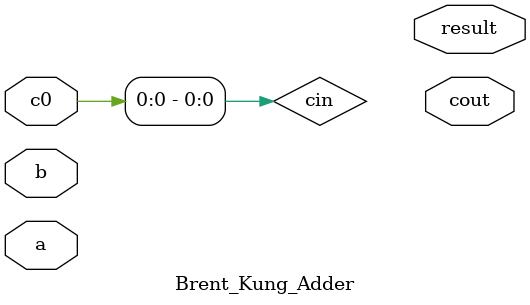
<source format=v>
`define INPUTSIZE 64		//set the input size n
`define GROUPSIZE 8		//set the group size = 1, 2, 4 or 8

module Brent_Kung_Adder(a,b,result,c0,cout);

	input	[`INPUTSIZE - 1:0]	a;
	input	[`INPUTSIZE - 1:0]	b;
	input						c0;
	output						cout;
	output	[`INPUTSIZE - 1:0]	result;
	
	wire	[`INPUTSIZE / `GROUPSIZE * 2 - 1:0]	r_temp;
	wire	[`INPUTSIZE / `GROUPSIZE * 2 - 1:0]	r;
	wire	[`INPUTSIZE / `GROUPSIZE:0]			cin;
	wire	[`INPUTSIZE / `GROUPSIZE * 2 - 1:0]	q;
	
	assign cin[0] = c0;
	
	generate
	genvar i;
	for(i = 0;i < `INPUTSIZE / `GROUPSIZE;i = i + 1) begin: parallel_FA_CLA_prefix
		group_q_generation #(.Groupsize(`GROUPSIZE))
		f(.a(A[`GROUPSIZE * (i + 1) - 1:`GROUPSIZE * i]),
		  .b(B[`GROUPSIZE * (i + 1) - 1:`GROUPSIZE * i]),
		  .cin(cin[i]),
		  .s(S[`GROUPSIZE * (i + 1) - 1:`GROUPSIZE * i]),
		  .qg(q[i * 2 + 1:i * 2]));
	end

	parallel_prefix_tree_first_half #(.Treesize(`INPUTSIZE / `GROUPSIZE))
	t1(.q(q[`INPUTSIZE / `GROUPSIZE * 2 - 1:0]),
	   .r(r_temp[`INPUTSIZE / `GROUPSIZE * 2 - 1:0]));
	parallel_prefix_tree_second_half #(.Treesize(`INPUTSIZE / `GROUPSIZE))
	t2(.q(r_temp[`INPUTSIZE / `GROUPSIZE * 2 - 1:0]),
	   .r(r[`INPUTSIZE / `GROUPSIZE * 2 - 1:0]));
	
	for(i = 0;i < `INPUTSIZE / `GROUPSIZE;i = i + 1) begin: cin_generation
		cin_generation_logic f(.r(r[2 * i + 1:2 * i]),
							   .c0(1'b0),
							   .cin(cin[i + 1]));
	end
	
	assign S[`INPUTSIZE] = cin[`INPUTSIZE / `GROUPSIZE];
	
	endgenerate
	
endmodule
</source>
